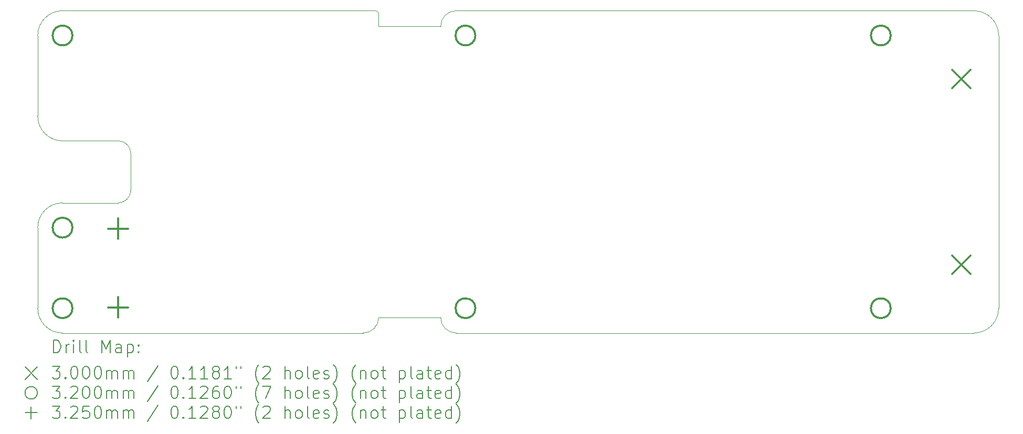
<source format=gbr>
%TF.GenerationSoftware,KiCad,Pcbnew,7.0.5-4d25ed1034~172~ubuntu22.04.1*%
%TF.CreationDate,2023-05-31T13:41:06+02:00*%
%TF.ProjectId,Drawer_Controller,44726177-6572-45f4-936f-6e74726f6c6c,rev?*%
%TF.SameCoordinates,Original*%
%TF.FileFunction,Drillmap*%
%TF.FilePolarity,Positive*%
%FSLAX45Y45*%
G04 Gerber Fmt 4.5, Leading zero omitted, Abs format (unit mm)*
G04 Created by KiCad (PCBNEW 7.0.5-4d25ed1034~172~ubuntu22.04.1) date 2023-05-31 13:41:06*
%MOMM*%
%LPD*%
G01*
G04 APERTURE LIST*
%ADD10C,0.100000*%
%ADD11C,0.200000*%
%ADD12C,0.300000*%
%ADD13C,0.320000*%
%ADD14C,0.325000*%
G04 APERTURE END LIST*
D10*
X18550000Y-9700000D02*
G75*
G03*
X18300000Y-9950000I0J-250000D01*
G01*
X17800000Y-9950000D02*
X18300000Y-9950000D01*
X17800000Y-9950000D02*
X17300000Y-9950000D01*
X12200000Y-9700000D02*
G75*
G03*
X11800000Y-10100000I0J-400000D01*
G01*
X11800000Y-11400000D02*
X11800000Y-10100000D01*
X11800000Y-14500000D02*
X11800000Y-13200000D01*
X26900000Y-14900000D02*
G75*
G03*
X27300000Y-14500000I0J400000D01*
G01*
X13300000Y-12600000D02*
X13300000Y-12000000D01*
X17050000Y-9700000D02*
X17250000Y-9700000D01*
X17800000Y-14650000D02*
X18300000Y-14650000D01*
X17300000Y-9950000D02*
X17300000Y-9750000D01*
X12200000Y-12800000D02*
G75*
G03*
X11800000Y-13200000I0J-400000D01*
G01*
X18550000Y-14900000D02*
X26900000Y-14900000D01*
X17050000Y-9700000D02*
X12200000Y-9700000D01*
X11800000Y-11400000D02*
G75*
G03*
X12200000Y-11800000I400000J0D01*
G01*
X13100000Y-11800000D02*
X12200000Y-11800000D01*
X13100000Y-12800000D02*
G75*
G03*
X13300000Y-12600000I0J200000D01*
G01*
X12200000Y-12800000D02*
X13100000Y-12800000D01*
X17050000Y-14900000D02*
G75*
G03*
X17300000Y-14650000I0J250000D01*
G01*
X27300000Y-10100000D02*
G75*
G03*
X26900000Y-9700000I-400000J0D01*
G01*
X17300000Y-9750000D02*
G75*
G03*
X17250000Y-9700000I-50000J0D01*
G01*
X17050000Y-14900000D02*
X12200000Y-14900000D01*
X27300000Y-14500000D02*
X27300000Y-10100000D01*
X11800000Y-14500000D02*
G75*
G03*
X12200000Y-14900000I400000J0D01*
G01*
X17800000Y-14650000D02*
X17300000Y-14650000D01*
X18300000Y-14650000D02*
G75*
G03*
X18550000Y-14900000I250000J0D01*
G01*
X13300000Y-12000000D02*
G75*
G03*
X13100000Y-11800000I-200000J0D01*
G01*
X18550000Y-9700000D02*
X26900000Y-9700000D01*
D11*
D12*
X26550000Y-10650000D02*
X26850000Y-10950000D01*
X26850000Y-10650000D02*
X26550000Y-10950000D01*
X26550000Y-13650000D02*
X26850000Y-13950000D01*
X26850000Y-13650000D02*
X26550000Y-13950000D01*
D13*
X12360000Y-10100000D02*
G75*
G03*
X12360000Y-10100000I-160000J0D01*
G01*
X12360000Y-13200000D02*
G75*
G03*
X12360000Y-13200000I-160000J0D01*
G01*
X12360000Y-14500000D02*
G75*
G03*
X12360000Y-14500000I-160000J0D01*
G01*
X18860000Y-10100000D02*
G75*
G03*
X18860000Y-10100000I-160000J0D01*
G01*
X18860000Y-14500000D02*
G75*
G03*
X18860000Y-14500000I-160000J0D01*
G01*
X25560000Y-10100000D02*
G75*
G03*
X25560000Y-10100000I-160000J0D01*
G01*
X25560000Y-14500000D02*
G75*
G03*
X25560000Y-14500000I-160000J0D01*
G01*
D14*
X13097750Y-13052500D02*
X13097750Y-13377500D01*
X12935250Y-13215000D02*
X13260250Y-13215000D01*
X13097750Y-14322500D02*
X13097750Y-14647500D01*
X12935250Y-14485000D02*
X13260250Y-14485000D01*
D11*
X12055777Y-15216484D02*
X12055777Y-15016484D01*
X12055777Y-15016484D02*
X12103396Y-15016484D01*
X12103396Y-15016484D02*
X12131967Y-15026008D01*
X12131967Y-15026008D02*
X12151015Y-15045055D01*
X12151015Y-15045055D02*
X12160539Y-15064103D01*
X12160539Y-15064103D02*
X12170062Y-15102198D01*
X12170062Y-15102198D02*
X12170062Y-15130769D01*
X12170062Y-15130769D02*
X12160539Y-15168865D01*
X12160539Y-15168865D02*
X12151015Y-15187912D01*
X12151015Y-15187912D02*
X12131967Y-15206960D01*
X12131967Y-15206960D02*
X12103396Y-15216484D01*
X12103396Y-15216484D02*
X12055777Y-15216484D01*
X12255777Y-15216484D02*
X12255777Y-15083150D01*
X12255777Y-15121246D02*
X12265301Y-15102198D01*
X12265301Y-15102198D02*
X12274824Y-15092674D01*
X12274824Y-15092674D02*
X12293872Y-15083150D01*
X12293872Y-15083150D02*
X12312920Y-15083150D01*
X12379586Y-15216484D02*
X12379586Y-15083150D01*
X12379586Y-15016484D02*
X12370062Y-15026008D01*
X12370062Y-15026008D02*
X12379586Y-15035531D01*
X12379586Y-15035531D02*
X12389110Y-15026008D01*
X12389110Y-15026008D02*
X12379586Y-15016484D01*
X12379586Y-15016484D02*
X12379586Y-15035531D01*
X12503396Y-15216484D02*
X12484348Y-15206960D01*
X12484348Y-15206960D02*
X12474824Y-15187912D01*
X12474824Y-15187912D02*
X12474824Y-15016484D01*
X12608158Y-15216484D02*
X12589110Y-15206960D01*
X12589110Y-15206960D02*
X12579586Y-15187912D01*
X12579586Y-15187912D02*
X12579586Y-15016484D01*
X12836729Y-15216484D02*
X12836729Y-15016484D01*
X12836729Y-15016484D02*
X12903396Y-15159341D01*
X12903396Y-15159341D02*
X12970062Y-15016484D01*
X12970062Y-15016484D02*
X12970062Y-15216484D01*
X13151015Y-15216484D02*
X13151015Y-15111722D01*
X13151015Y-15111722D02*
X13141491Y-15092674D01*
X13141491Y-15092674D02*
X13122443Y-15083150D01*
X13122443Y-15083150D02*
X13084348Y-15083150D01*
X13084348Y-15083150D02*
X13065301Y-15092674D01*
X13151015Y-15206960D02*
X13131967Y-15216484D01*
X13131967Y-15216484D02*
X13084348Y-15216484D01*
X13084348Y-15216484D02*
X13065301Y-15206960D01*
X13065301Y-15206960D02*
X13055777Y-15187912D01*
X13055777Y-15187912D02*
X13055777Y-15168865D01*
X13055777Y-15168865D02*
X13065301Y-15149817D01*
X13065301Y-15149817D02*
X13084348Y-15140293D01*
X13084348Y-15140293D02*
X13131967Y-15140293D01*
X13131967Y-15140293D02*
X13151015Y-15130769D01*
X13246253Y-15083150D02*
X13246253Y-15283150D01*
X13246253Y-15092674D02*
X13265301Y-15083150D01*
X13265301Y-15083150D02*
X13303396Y-15083150D01*
X13303396Y-15083150D02*
X13322443Y-15092674D01*
X13322443Y-15092674D02*
X13331967Y-15102198D01*
X13331967Y-15102198D02*
X13341491Y-15121246D01*
X13341491Y-15121246D02*
X13341491Y-15178388D01*
X13341491Y-15178388D02*
X13331967Y-15197436D01*
X13331967Y-15197436D02*
X13322443Y-15206960D01*
X13322443Y-15206960D02*
X13303396Y-15216484D01*
X13303396Y-15216484D02*
X13265301Y-15216484D01*
X13265301Y-15216484D02*
X13246253Y-15206960D01*
X13427205Y-15197436D02*
X13436729Y-15206960D01*
X13436729Y-15206960D02*
X13427205Y-15216484D01*
X13427205Y-15216484D02*
X13417682Y-15206960D01*
X13417682Y-15206960D02*
X13427205Y-15197436D01*
X13427205Y-15197436D02*
X13427205Y-15216484D01*
X13427205Y-15092674D02*
X13436729Y-15102198D01*
X13436729Y-15102198D02*
X13427205Y-15111722D01*
X13427205Y-15111722D02*
X13417682Y-15102198D01*
X13417682Y-15102198D02*
X13427205Y-15092674D01*
X13427205Y-15092674D02*
X13427205Y-15111722D01*
X11595000Y-15445000D02*
X11795000Y-15645000D01*
X11795000Y-15445000D02*
X11595000Y-15645000D01*
X12036729Y-15436484D02*
X12160539Y-15436484D01*
X12160539Y-15436484D02*
X12093872Y-15512674D01*
X12093872Y-15512674D02*
X12122443Y-15512674D01*
X12122443Y-15512674D02*
X12141491Y-15522198D01*
X12141491Y-15522198D02*
X12151015Y-15531722D01*
X12151015Y-15531722D02*
X12160539Y-15550769D01*
X12160539Y-15550769D02*
X12160539Y-15598388D01*
X12160539Y-15598388D02*
X12151015Y-15617436D01*
X12151015Y-15617436D02*
X12141491Y-15626960D01*
X12141491Y-15626960D02*
X12122443Y-15636484D01*
X12122443Y-15636484D02*
X12065301Y-15636484D01*
X12065301Y-15636484D02*
X12046253Y-15626960D01*
X12046253Y-15626960D02*
X12036729Y-15617436D01*
X12246253Y-15617436D02*
X12255777Y-15626960D01*
X12255777Y-15626960D02*
X12246253Y-15636484D01*
X12246253Y-15636484D02*
X12236729Y-15626960D01*
X12236729Y-15626960D02*
X12246253Y-15617436D01*
X12246253Y-15617436D02*
X12246253Y-15636484D01*
X12379586Y-15436484D02*
X12398634Y-15436484D01*
X12398634Y-15436484D02*
X12417682Y-15446008D01*
X12417682Y-15446008D02*
X12427205Y-15455531D01*
X12427205Y-15455531D02*
X12436729Y-15474579D01*
X12436729Y-15474579D02*
X12446253Y-15512674D01*
X12446253Y-15512674D02*
X12446253Y-15560293D01*
X12446253Y-15560293D02*
X12436729Y-15598388D01*
X12436729Y-15598388D02*
X12427205Y-15617436D01*
X12427205Y-15617436D02*
X12417682Y-15626960D01*
X12417682Y-15626960D02*
X12398634Y-15636484D01*
X12398634Y-15636484D02*
X12379586Y-15636484D01*
X12379586Y-15636484D02*
X12360539Y-15626960D01*
X12360539Y-15626960D02*
X12351015Y-15617436D01*
X12351015Y-15617436D02*
X12341491Y-15598388D01*
X12341491Y-15598388D02*
X12331967Y-15560293D01*
X12331967Y-15560293D02*
X12331967Y-15512674D01*
X12331967Y-15512674D02*
X12341491Y-15474579D01*
X12341491Y-15474579D02*
X12351015Y-15455531D01*
X12351015Y-15455531D02*
X12360539Y-15446008D01*
X12360539Y-15446008D02*
X12379586Y-15436484D01*
X12570062Y-15436484D02*
X12589110Y-15436484D01*
X12589110Y-15436484D02*
X12608158Y-15446008D01*
X12608158Y-15446008D02*
X12617682Y-15455531D01*
X12617682Y-15455531D02*
X12627205Y-15474579D01*
X12627205Y-15474579D02*
X12636729Y-15512674D01*
X12636729Y-15512674D02*
X12636729Y-15560293D01*
X12636729Y-15560293D02*
X12627205Y-15598388D01*
X12627205Y-15598388D02*
X12617682Y-15617436D01*
X12617682Y-15617436D02*
X12608158Y-15626960D01*
X12608158Y-15626960D02*
X12589110Y-15636484D01*
X12589110Y-15636484D02*
X12570062Y-15636484D01*
X12570062Y-15636484D02*
X12551015Y-15626960D01*
X12551015Y-15626960D02*
X12541491Y-15617436D01*
X12541491Y-15617436D02*
X12531967Y-15598388D01*
X12531967Y-15598388D02*
X12522443Y-15560293D01*
X12522443Y-15560293D02*
X12522443Y-15512674D01*
X12522443Y-15512674D02*
X12531967Y-15474579D01*
X12531967Y-15474579D02*
X12541491Y-15455531D01*
X12541491Y-15455531D02*
X12551015Y-15446008D01*
X12551015Y-15446008D02*
X12570062Y-15436484D01*
X12760539Y-15436484D02*
X12779586Y-15436484D01*
X12779586Y-15436484D02*
X12798634Y-15446008D01*
X12798634Y-15446008D02*
X12808158Y-15455531D01*
X12808158Y-15455531D02*
X12817682Y-15474579D01*
X12817682Y-15474579D02*
X12827205Y-15512674D01*
X12827205Y-15512674D02*
X12827205Y-15560293D01*
X12827205Y-15560293D02*
X12817682Y-15598388D01*
X12817682Y-15598388D02*
X12808158Y-15617436D01*
X12808158Y-15617436D02*
X12798634Y-15626960D01*
X12798634Y-15626960D02*
X12779586Y-15636484D01*
X12779586Y-15636484D02*
X12760539Y-15636484D01*
X12760539Y-15636484D02*
X12741491Y-15626960D01*
X12741491Y-15626960D02*
X12731967Y-15617436D01*
X12731967Y-15617436D02*
X12722443Y-15598388D01*
X12722443Y-15598388D02*
X12712920Y-15560293D01*
X12712920Y-15560293D02*
X12712920Y-15512674D01*
X12712920Y-15512674D02*
X12722443Y-15474579D01*
X12722443Y-15474579D02*
X12731967Y-15455531D01*
X12731967Y-15455531D02*
X12741491Y-15446008D01*
X12741491Y-15446008D02*
X12760539Y-15436484D01*
X12912920Y-15636484D02*
X12912920Y-15503150D01*
X12912920Y-15522198D02*
X12922443Y-15512674D01*
X12922443Y-15512674D02*
X12941491Y-15503150D01*
X12941491Y-15503150D02*
X12970063Y-15503150D01*
X12970063Y-15503150D02*
X12989110Y-15512674D01*
X12989110Y-15512674D02*
X12998634Y-15531722D01*
X12998634Y-15531722D02*
X12998634Y-15636484D01*
X12998634Y-15531722D02*
X13008158Y-15512674D01*
X13008158Y-15512674D02*
X13027205Y-15503150D01*
X13027205Y-15503150D02*
X13055777Y-15503150D01*
X13055777Y-15503150D02*
X13074824Y-15512674D01*
X13074824Y-15512674D02*
X13084348Y-15531722D01*
X13084348Y-15531722D02*
X13084348Y-15636484D01*
X13179586Y-15636484D02*
X13179586Y-15503150D01*
X13179586Y-15522198D02*
X13189110Y-15512674D01*
X13189110Y-15512674D02*
X13208158Y-15503150D01*
X13208158Y-15503150D02*
X13236729Y-15503150D01*
X13236729Y-15503150D02*
X13255777Y-15512674D01*
X13255777Y-15512674D02*
X13265301Y-15531722D01*
X13265301Y-15531722D02*
X13265301Y-15636484D01*
X13265301Y-15531722D02*
X13274824Y-15512674D01*
X13274824Y-15512674D02*
X13293872Y-15503150D01*
X13293872Y-15503150D02*
X13322443Y-15503150D01*
X13322443Y-15503150D02*
X13341491Y-15512674D01*
X13341491Y-15512674D02*
X13351015Y-15531722D01*
X13351015Y-15531722D02*
X13351015Y-15636484D01*
X13741491Y-15426960D02*
X13570063Y-15684103D01*
X13998634Y-15436484D02*
X14017682Y-15436484D01*
X14017682Y-15436484D02*
X14036729Y-15446008D01*
X14036729Y-15446008D02*
X14046253Y-15455531D01*
X14046253Y-15455531D02*
X14055777Y-15474579D01*
X14055777Y-15474579D02*
X14065301Y-15512674D01*
X14065301Y-15512674D02*
X14065301Y-15560293D01*
X14065301Y-15560293D02*
X14055777Y-15598388D01*
X14055777Y-15598388D02*
X14046253Y-15617436D01*
X14046253Y-15617436D02*
X14036729Y-15626960D01*
X14036729Y-15626960D02*
X14017682Y-15636484D01*
X14017682Y-15636484D02*
X13998634Y-15636484D01*
X13998634Y-15636484D02*
X13979586Y-15626960D01*
X13979586Y-15626960D02*
X13970063Y-15617436D01*
X13970063Y-15617436D02*
X13960539Y-15598388D01*
X13960539Y-15598388D02*
X13951015Y-15560293D01*
X13951015Y-15560293D02*
X13951015Y-15512674D01*
X13951015Y-15512674D02*
X13960539Y-15474579D01*
X13960539Y-15474579D02*
X13970063Y-15455531D01*
X13970063Y-15455531D02*
X13979586Y-15446008D01*
X13979586Y-15446008D02*
X13998634Y-15436484D01*
X14151015Y-15617436D02*
X14160539Y-15626960D01*
X14160539Y-15626960D02*
X14151015Y-15636484D01*
X14151015Y-15636484D02*
X14141491Y-15626960D01*
X14141491Y-15626960D02*
X14151015Y-15617436D01*
X14151015Y-15617436D02*
X14151015Y-15636484D01*
X14351015Y-15636484D02*
X14236729Y-15636484D01*
X14293872Y-15636484D02*
X14293872Y-15436484D01*
X14293872Y-15436484D02*
X14274825Y-15465055D01*
X14274825Y-15465055D02*
X14255777Y-15484103D01*
X14255777Y-15484103D02*
X14236729Y-15493627D01*
X14541491Y-15636484D02*
X14427206Y-15636484D01*
X14484348Y-15636484D02*
X14484348Y-15436484D01*
X14484348Y-15436484D02*
X14465301Y-15465055D01*
X14465301Y-15465055D02*
X14446253Y-15484103D01*
X14446253Y-15484103D02*
X14427206Y-15493627D01*
X14655777Y-15522198D02*
X14636729Y-15512674D01*
X14636729Y-15512674D02*
X14627206Y-15503150D01*
X14627206Y-15503150D02*
X14617682Y-15484103D01*
X14617682Y-15484103D02*
X14617682Y-15474579D01*
X14617682Y-15474579D02*
X14627206Y-15455531D01*
X14627206Y-15455531D02*
X14636729Y-15446008D01*
X14636729Y-15446008D02*
X14655777Y-15436484D01*
X14655777Y-15436484D02*
X14693872Y-15436484D01*
X14693872Y-15436484D02*
X14712920Y-15446008D01*
X14712920Y-15446008D02*
X14722444Y-15455531D01*
X14722444Y-15455531D02*
X14731967Y-15474579D01*
X14731967Y-15474579D02*
X14731967Y-15484103D01*
X14731967Y-15484103D02*
X14722444Y-15503150D01*
X14722444Y-15503150D02*
X14712920Y-15512674D01*
X14712920Y-15512674D02*
X14693872Y-15522198D01*
X14693872Y-15522198D02*
X14655777Y-15522198D01*
X14655777Y-15522198D02*
X14636729Y-15531722D01*
X14636729Y-15531722D02*
X14627206Y-15541246D01*
X14627206Y-15541246D02*
X14617682Y-15560293D01*
X14617682Y-15560293D02*
X14617682Y-15598388D01*
X14617682Y-15598388D02*
X14627206Y-15617436D01*
X14627206Y-15617436D02*
X14636729Y-15626960D01*
X14636729Y-15626960D02*
X14655777Y-15636484D01*
X14655777Y-15636484D02*
X14693872Y-15636484D01*
X14693872Y-15636484D02*
X14712920Y-15626960D01*
X14712920Y-15626960D02*
X14722444Y-15617436D01*
X14722444Y-15617436D02*
X14731967Y-15598388D01*
X14731967Y-15598388D02*
X14731967Y-15560293D01*
X14731967Y-15560293D02*
X14722444Y-15541246D01*
X14722444Y-15541246D02*
X14712920Y-15531722D01*
X14712920Y-15531722D02*
X14693872Y-15522198D01*
X14922444Y-15636484D02*
X14808158Y-15636484D01*
X14865301Y-15636484D02*
X14865301Y-15436484D01*
X14865301Y-15436484D02*
X14846253Y-15465055D01*
X14846253Y-15465055D02*
X14827206Y-15484103D01*
X14827206Y-15484103D02*
X14808158Y-15493627D01*
X14998634Y-15436484D02*
X14998634Y-15474579D01*
X15074825Y-15436484D02*
X15074825Y-15474579D01*
X15370063Y-15712674D02*
X15360539Y-15703150D01*
X15360539Y-15703150D02*
X15341491Y-15674579D01*
X15341491Y-15674579D02*
X15331968Y-15655531D01*
X15331968Y-15655531D02*
X15322444Y-15626960D01*
X15322444Y-15626960D02*
X15312920Y-15579341D01*
X15312920Y-15579341D02*
X15312920Y-15541246D01*
X15312920Y-15541246D02*
X15322444Y-15493627D01*
X15322444Y-15493627D02*
X15331968Y-15465055D01*
X15331968Y-15465055D02*
X15341491Y-15446008D01*
X15341491Y-15446008D02*
X15360539Y-15417436D01*
X15360539Y-15417436D02*
X15370063Y-15407912D01*
X15436729Y-15455531D02*
X15446253Y-15446008D01*
X15446253Y-15446008D02*
X15465301Y-15436484D01*
X15465301Y-15436484D02*
X15512920Y-15436484D01*
X15512920Y-15436484D02*
X15531968Y-15446008D01*
X15531968Y-15446008D02*
X15541491Y-15455531D01*
X15541491Y-15455531D02*
X15551015Y-15474579D01*
X15551015Y-15474579D02*
X15551015Y-15493627D01*
X15551015Y-15493627D02*
X15541491Y-15522198D01*
X15541491Y-15522198D02*
X15427206Y-15636484D01*
X15427206Y-15636484D02*
X15551015Y-15636484D01*
X15789110Y-15636484D02*
X15789110Y-15436484D01*
X15874825Y-15636484D02*
X15874825Y-15531722D01*
X15874825Y-15531722D02*
X15865301Y-15512674D01*
X15865301Y-15512674D02*
X15846253Y-15503150D01*
X15846253Y-15503150D02*
X15817682Y-15503150D01*
X15817682Y-15503150D02*
X15798634Y-15512674D01*
X15798634Y-15512674D02*
X15789110Y-15522198D01*
X15998634Y-15636484D02*
X15979587Y-15626960D01*
X15979587Y-15626960D02*
X15970063Y-15617436D01*
X15970063Y-15617436D02*
X15960539Y-15598388D01*
X15960539Y-15598388D02*
X15960539Y-15541246D01*
X15960539Y-15541246D02*
X15970063Y-15522198D01*
X15970063Y-15522198D02*
X15979587Y-15512674D01*
X15979587Y-15512674D02*
X15998634Y-15503150D01*
X15998634Y-15503150D02*
X16027206Y-15503150D01*
X16027206Y-15503150D02*
X16046253Y-15512674D01*
X16046253Y-15512674D02*
X16055777Y-15522198D01*
X16055777Y-15522198D02*
X16065301Y-15541246D01*
X16065301Y-15541246D02*
X16065301Y-15598388D01*
X16065301Y-15598388D02*
X16055777Y-15617436D01*
X16055777Y-15617436D02*
X16046253Y-15626960D01*
X16046253Y-15626960D02*
X16027206Y-15636484D01*
X16027206Y-15636484D02*
X15998634Y-15636484D01*
X16179587Y-15636484D02*
X16160539Y-15626960D01*
X16160539Y-15626960D02*
X16151015Y-15607912D01*
X16151015Y-15607912D02*
X16151015Y-15436484D01*
X16331968Y-15626960D02*
X16312920Y-15636484D01*
X16312920Y-15636484D02*
X16274825Y-15636484D01*
X16274825Y-15636484D02*
X16255777Y-15626960D01*
X16255777Y-15626960D02*
X16246253Y-15607912D01*
X16246253Y-15607912D02*
X16246253Y-15531722D01*
X16246253Y-15531722D02*
X16255777Y-15512674D01*
X16255777Y-15512674D02*
X16274825Y-15503150D01*
X16274825Y-15503150D02*
X16312920Y-15503150D01*
X16312920Y-15503150D02*
X16331968Y-15512674D01*
X16331968Y-15512674D02*
X16341491Y-15531722D01*
X16341491Y-15531722D02*
X16341491Y-15550769D01*
X16341491Y-15550769D02*
X16246253Y-15569817D01*
X16417682Y-15626960D02*
X16436730Y-15636484D01*
X16436730Y-15636484D02*
X16474825Y-15636484D01*
X16474825Y-15636484D02*
X16493872Y-15626960D01*
X16493872Y-15626960D02*
X16503396Y-15607912D01*
X16503396Y-15607912D02*
X16503396Y-15598388D01*
X16503396Y-15598388D02*
X16493872Y-15579341D01*
X16493872Y-15579341D02*
X16474825Y-15569817D01*
X16474825Y-15569817D02*
X16446253Y-15569817D01*
X16446253Y-15569817D02*
X16427206Y-15560293D01*
X16427206Y-15560293D02*
X16417682Y-15541246D01*
X16417682Y-15541246D02*
X16417682Y-15531722D01*
X16417682Y-15531722D02*
X16427206Y-15512674D01*
X16427206Y-15512674D02*
X16446253Y-15503150D01*
X16446253Y-15503150D02*
X16474825Y-15503150D01*
X16474825Y-15503150D02*
X16493872Y-15512674D01*
X16570063Y-15712674D02*
X16579587Y-15703150D01*
X16579587Y-15703150D02*
X16598634Y-15674579D01*
X16598634Y-15674579D02*
X16608158Y-15655531D01*
X16608158Y-15655531D02*
X16617682Y-15626960D01*
X16617682Y-15626960D02*
X16627206Y-15579341D01*
X16627206Y-15579341D02*
X16627206Y-15541246D01*
X16627206Y-15541246D02*
X16617682Y-15493627D01*
X16617682Y-15493627D02*
X16608158Y-15465055D01*
X16608158Y-15465055D02*
X16598634Y-15446008D01*
X16598634Y-15446008D02*
X16579587Y-15417436D01*
X16579587Y-15417436D02*
X16570063Y-15407912D01*
X16931968Y-15712674D02*
X16922444Y-15703150D01*
X16922444Y-15703150D02*
X16903396Y-15674579D01*
X16903396Y-15674579D02*
X16893873Y-15655531D01*
X16893873Y-15655531D02*
X16884349Y-15626960D01*
X16884349Y-15626960D02*
X16874825Y-15579341D01*
X16874825Y-15579341D02*
X16874825Y-15541246D01*
X16874825Y-15541246D02*
X16884349Y-15493627D01*
X16884349Y-15493627D02*
X16893873Y-15465055D01*
X16893873Y-15465055D02*
X16903396Y-15446008D01*
X16903396Y-15446008D02*
X16922444Y-15417436D01*
X16922444Y-15417436D02*
X16931968Y-15407912D01*
X17008158Y-15503150D02*
X17008158Y-15636484D01*
X17008158Y-15522198D02*
X17017682Y-15512674D01*
X17017682Y-15512674D02*
X17036730Y-15503150D01*
X17036730Y-15503150D02*
X17065301Y-15503150D01*
X17065301Y-15503150D02*
X17084349Y-15512674D01*
X17084349Y-15512674D02*
X17093873Y-15531722D01*
X17093873Y-15531722D02*
X17093873Y-15636484D01*
X17217682Y-15636484D02*
X17198634Y-15626960D01*
X17198634Y-15626960D02*
X17189111Y-15617436D01*
X17189111Y-15617436D02*
X17179587Y-15598388D01*
X17179587Y-15598388D02*
X17179587Y-15541246D01*
X17179587Y-15541246D02*
X17189111Y-15522198D01*
X17189111Y-15522198D02*
X17198634Y-15512674D01*
X17198634Y-15512674D02*
X17217682Y-15503150D01*
X17217682Y-15503150D02*
X17246254Y-15503150D01*
X17246254Y-15503150D02*
X17265301Y-15512674D01*
X17265301Y-15512674D02*
X17274825Y-15522198D01*
X17274825Y-15522198D02*
X17284349Y-15541246D01*
X17284349Y-15541246D02*
X17284349Y-15598388D01*
X17284349Y-15598388D02*
X17274825Y-15617436D01*
X17274825Y-15617436D02*
X17265301Y-15626960D01*
X17265301Y-15626960D02*
X17246254Y-15636484D01*
X17246254Y-15636484D02*
X17217682Y-15636484D01*
X17341492Y-15503150D02*
X17417682Y-15503150D01*
X17370063Y-15436484D02*
X17370063Y-15607912D01*
X17370063Y-15607912D02*
X17379587Y-15626960D01*
X17379587Y-15626960D02*
X17398634Y-15636484D01*
X17398634Y-15636484D02*
X17417682Y-15636484D01*
X17636730Y-15503150D02*
X17636730Y-15703150D01*
X17636730Y-15512674D02*
X17655777Y-15503150D01*
X17655777Y-15503150D02*
X17693873Y-15503150D01*
X17693873Y-15503150D02*
X17712920Y-15512674D01*
X17712920Y-15512674D02*
X17722444Y-15522198D01*
X17722444Y-15522198D02*
X17731968Y-15541246D01*
X17731968Y-15541246D02*
X17731968Y-15598388D01*
X17731968Y-15598388D02*
X17722444Y-15617436D01*
X17722444Y-15617436D02*
X17712920Y-15626960D01*
X17712920Y-15626960D02*
X17693873Y-15636484D01*
X17693873Y-15636484D02*
X17655777Y-15636484D01*
X17655777Y-15636484D02*
X17636730Y-15626960D01*
X17846254Y-15636484D02*
X17827206Y-15626960D01*
X17827206Y-15626960D02*
X17817682Y-15607912D01*
X17817682Y-15607912D02*
X17817682Y-15436484D01*
X18008158Y-15636484D02*
X18008158Y-15531722D01*
X18008158Y-15531722D02*
X17998635Y-15512674D01*
X17998635Y-15512674D02*
X17979587Y-15503150D01*
X17979587Y-15503150D02*
X17941492Y-15503150D01*
X17941492Y-15503150D02*
X17922444Y-15512674D01*
X18008158Y-15626960D02*
X17989111Y-15636484D01*
X17989111Y-15636484D02*
X17941492Y-15636484D01*
X17941492Y-15636484D02*
X17922444Y-15626960D01*
X17922444Y-15626960D02*
X17912920Y-15607912D01*
X17912920Y-15607912D02*
X17912920Y-15588865D01*
X17912920Y-15588865D02*
X17922444Y-15569817D01*
X17922444Y-15569817D02*
X17941492Y-15560293D01*
X17941492Y-15560293D02*
X17989111Y-15560293D01*
X17989111Y-15560293D02*
X18008158Y-15550769D01*
X18074825Y-15503150D02*
X18151015Y-15503150D01*
X18103396Y-15436484D02*
X18103396Y-15607912D01*
X18103396Y-15607912D02*
X18112920Y-15626960D01*
X18112920Y-15626960D02*
X18131968Y-15636484D01*
X18131968Y-15636484D02*
X18151015Y-15636484D01*
X18293873Y-15626960D02*
X18274825Y-15636484D01*
X18274825Y-15636484D02*
X18236730Y-15636484D01*
X18236730Y-15636484D02*
X18217682Y-15626960D01*
X18217682Y-15626960D02*
X18208158Y-15607912D01*
X18208158Y-15607912D02*
X18208158Y-15531722D01*
X18208158Y-15531722D02*
X18217682Y-15512674D01*
X18217682Y-15512674D02*
X18236730Y-15503150D01*
X18236730Y-15503150D02*
X18274825Y-15503150D01*
X18274825Y-15503150D02*
X18293873Y-15512674D01*
X18293873Y-15512674D02*
X18303396Y-15531722D01*
X18303396Y-15531722D02*
X18303396Y-15550769D01*
X18303396Y-15550769D02*
X18208158Y-15569817D01*
X18474825Y-15636484D02*
X18474825Y-15436484D01*
X18474825Y-15626960D02*
X18455777Y-15636484D01*
X18455777Y-15636484D02*
X18417682Y-15636484D01*
X18417682Y-15636484D02*
X18398635Y-15626960D01*
X18398635Y-15626960D02*
X18389111Y-15617436D01*
X18389111Y-15617436D02*
X18379587Y-15598388D01*
X18379587Y-15598388D02*
X18379587Y-15541246D01*
X18379587Y-15541246D02*
X18389111Y-15522198D01*
X18389111Y-15522198D02*
X18398635Y-15512674D01*
X18398635Y-15512674D02*
X18417682Y-15503150D01*
X18417682Y-15503150D02*
X18455777Y-15503150D01*
X18455777Y-15503150D02*
X18474825Y-15512674D01*
X18551016Y-15712674D02*
X18560539Y-15703150D01*
X18560539Y-15703150D02*
X18579587Y-15674579D01*
X18579587Y-15674579D02*
X18589111Y-15655531D01*
X18589111Y-15655531D02*
X18598635Y-15626960D01*
X18598635Y-15626960D02*
X18608158Y-15579341D01*
X18608158Y-15579341D02*
X18608158Y-15541246D01*
X18608158Y-15541246D02*
X18598635Y-15493627D01*
X18598635Y-15493627D02*
X18589111Y-15465055D01*
X18589111Y-15465055D02*
X18579587Y-15446008D01*
X18579587Y-15446008D02*
X18560539Y-15417436D01*
X18560539Y-15417436D02*
X18551016Y-15407912D01*
X11795000Y-15865000D02*
G75*
G03*
X11795000Y-15865000I-100000J0D01*
G01*
X12036729Y-15756484D02*
X12160539Y-15756484D01*
X12160539Y-15756484D02*
X12093872Y-15832674D01*
X12093872Y-15832674D02*
X12122443Y-15832674D01*
X12122443Y-15832674D02*
X12141491Y-15842198D01*
X12141491Y-15842198D02*
X12151015Y-15851722D01*
X12151015Y-15851722D02*
X12160539Y-15870769D01*
X12160539Y-15870769D02*
X12160539Y-15918388D01*
X12160539Y-15918388D02*
X12151015Y-15937436D01*
X12151015Y-15937436D02*
X12141491Y-15946960D01*
X12141491Y-15946960D02*
X12122443Y-15956484D01*
X12122443Y-15956484D02*
X12065301Y-15956484D01*
X12065301Y-15956484D02*
X12046253Y-15946960D01*
X12046253Y-15946960D02*
X12036729Y-15937436D01*
X12246253Y-15937436D02*
X12255777Y-15946960D01*
X12255777Y-15946960D02*
X12246253Y-15956484D01*
X12246253Y-15956484D02*
X12236729Y-15946960D01*
X12236729Y-15946960D02*
X12246253Y-15937436D01*
X12246253Y-15937436D02*
X12246253Y-15956484D01*
X12331967Y-15775531D02*
X12341491Y-15766008D01*
X12341491Y-15766008D02*
X12360539Y-15756484D01*
X12360539Y-15756484D02*
X12408158Y-15756484D01*
X12408158Y-15756484D02*
X12427205Y-15766008D01*
X12427205Y-15766008D02*
X12436729Y-15775531D01*
X12436729Y-15775531D02*
X12446253Y-15794579D01*
X12446253Y-15794579D02*
X12446253Y-15813627D01*
X12446253Y-15813627D02*
X12436729Y-15842198D01*
X12436729Y-15842198D02*
X12322443Y-15956484D01*
X12322443Y-15956484D02*
X12446253Y-15956484D01*
X12570062Y-15756484D02*
X12589110Y-15756484D01*
X12589110Y-15756484D02*
X12608158Y-15766008D01*
X12608158Y-15766008D02*
X12617682Y-15775531D01*
X12617682Y-15775531D02*
X12627205Y-15794579D01*
X12627205Y-15794579D02*
X12636729Y-15832674D01*
X12636729Y-15832674D02*
X12636729Y-15880293D01*
X12636729Y-15880293D02*
X12627205Y-15918388D01*
X12627205Y-15918388D02*
X12617682Y-15937436D01*
X12617682Y-15937436D02*
X12608158Y-15946960D01*
X12608158Y-15946960D02*
X12589110Y-15956484D01*
X12589110Y-15956484D02*
X12570062Y-15956484D01*
X12570062Y-15956484D02*
X12551015Y-15946960D01*
X12551015Y-15946960D02*
X12541491Y-15937436D01*
X12541491Y-15937436D02*
X12531967Y-15918388D01*
X12531967Y-15918388D02*
X12522443Y-15880293D01*
X12522443Y-15880293D02*
X12522443Y-15832674D01*
X12522443Y-15832674D02*
X12531967Y-15794579D01*
X12531967Y-15794579D02*
X12541491Y-15775531D01*
X12541491Y-15775531D02*
X12551015Y-15766008D01*
X12551015Y-15766008D02*
X12570062Y-15756484D01*
X12760539Y-15756484D02*
X12779586Y-15756484D01*
X12779586Y-15756484D02*
X12798634Y-15766008D01*
X12798634Y-15766008D02*
X12808158Y-15775531D01*
X12808158Y-15775531D02*
X12817682Y-15794579D01*
X12817682Y-15794579D02*
X12827205Y-15832674D01*
X12827205Y-15832674D02*
X12827205Y-15880293D01*
X12827205Y-15880293D02*
X12817682Y-15918388D01*
X12817682Y-15918388D02*
X12808158Y-15937436D01*
X12808158Y-15937436D02*
X12798634Y-15946960D01*
X12798634Y-15946960D02*
X12779586Y-15956484D01*
X12779586Y-15956484D02*
X12760539Y-15956484D01*
X12760539Y-15956484D02*
X12741491Y-15946960D01*
X12741491Y-15946960D02*
X12731967Y-15937436D01*
X12731967Y-15937436D02*
X12722443Y-15918388D01*
X12722443Y-15918388D02*
X12712920Y-15880293D01*
X12712920Y-15880293D02*
X12712920Y-15832674D01*
X12712920Y-15832674D02*
X12722443Y-15794579D01*
X12722443Y-15794579D02*
X12731967Y-15775531D01*
X12731967Y-15775531D02*
X12741491Y-15766008D01*
X12741491Y-15766008D02*
X12760539Y-15756484D01*
X12912920Y-15956484D02*
X12912920Y-15823150D01*
X12912920Y-15842198D02*
X12922443Y-15832674D01*
X12922443Y-15832674D02*
X12941491Y-15823150D01*
X12941491Y-15823150D02*
X12970063Y-15823150D01*
X12970063Y-15823150D02*
X12989110Y-15832674D01*
X12989110Y-15832674D02*
X12998634Y-15851722D01*
X12998634Y-15851722D02*
X12998634Y-15956484D01*
X12998634Y-15851722D02*
X13008158Y-15832674D01*
X13008158Y-15832674D02*
X13027205Y-15823150D01*
X13027205Y-15823150D02*
X13055777Y-15823150D01*
X13055777Y-15823150D02*
X13074824Y-15832674D01*
X13074824Y-15832674D02*
X13084348Y-15851722D01*
X13084348Y-15851722D02*
X13084348Y-15956484D01*
X13179586Y-15956484D02*
X13179586Y-15823150D01*
X13179586Y-15842198D02*
X13189110Y-15832674D01*
X13189110Y-15832674D02*
X13208158Y-15823150D01*
X13208158Y-15823150D02*
X13236729Y-15823150D01*
X13236729Y-15823150D02*
X13255777Y-15832674D01*
X13255777Y-15832674D02*
X13265301Y-15851722D01*
X13265301Y-15851722D02*
X13265301Y-15956484D01*
X13265301Y-15851722D02*
X13274824Y-15832674D01*
X13274824Y-15832674D02*
X13293872Y-15823150D01*
X13293872Y-15823150D02*
X13322443Y-15823150D01*
X13322443Y-15823150D02*
X13341491Y-15832674D01*
X13341491Y-15832674D02*
X13351015Y-15851722D01*
X13351015Y-15851722D02*
X13351015Y-15956484D01*
X13741491Y-15746960D02*
X13570063Y-16004103D01*
X13998634Y-15756484D02*
X14017682Y-15756484D01*
X14017682Y-15756484D02*
X14036729Y-15766008D01*
X14036729Y-15766008D02*
X14046253Y-15775531D01*
X14046253Y-15775531D02*
X14055777Y-15794579D01*
X14055777Y-15794579D02*
X14065301Y-15832674D01*
X14065301Y-15832674D02*
X14065301Y-15880293D01*
X14065301Y-15880293D02*
X14055777Y-15918388D01*
X14055777Y-15918388D02*
X14046253Y-15937436D01*
X14046253Y-15937436D02*
X14036729Y-15946960D01*
X14036729Y-15946960D02*
X14017682Y-15956484D01*
X14017682Y-15956484D02*
X13998634Y-15956484D01*
X13998634Y-15956484D02*
X13979586Y-15946960D01*
X13979586Y-15946960D02*
X13970063Y-15937436D01*
X13970063Y-15937436D02*
X13960539Y-15918388D01*
X13960539Y-15918388D02*
X13951015Y-15880293D01*
X13951015Y-15880293D02*
X13951015Y-15832674D01*
X13951015Y-15832674D02*
X13960539Y-15794579D01*
X13960539Y-15794579D02*
X13970063Y-15775531D01*
X13970063Y-15775531D02*
X13979586Y-15766008D01*
X13979586Y-15766008D02*
X13998634Y-15756484D01*
X14151015Y-15937436D02*
X14160539Y-15946960D01*
X14160539Y-15946960D02*
X14151015Y-15956484D01*
X14151015Y-15956484D02*
X14141491Y-15946960D01*
X14141491Y-15946960D02*
X14151015Y-15937436D01*
X14151015Y-15937436D02*
X14151015Y-15956484D01*
X14351015Y-15956484D02*
X14236729Y-15956484D01*
X14293872Y-15956484D02*
X14293872Y-15756484D01*
X14293872Y-15756484D02*
X14274825Y-15785055D01*
X14274825Y-15785055D02*
X14255777Y-15804103D01*
X14255777Y-15804103D02*
X14236729Y-15813627D01*
X14427206Y-15775531D02*
X14436729Y-15766008D01*
X14436729Y-15766008D02*
X14455777Y-15756484D01*
X14455777Y-15756484D02*
X14503396Y-15756484D01*
X14503396Y-15756484D02*
X14522444Y-15766008D01*
X14522444Y-15766008D02*
X14531967Y-15775531D01*
X14531967Y-15775531D02*
X14541491Y-15794579D01*
X14541491Y-15794579D02*
X14541491Y-15813627D01*
X14541491Y-15813627D02*
X14531967Y-15842198D01*
X14531967Y-15842198D02*
X14417682Y-15956484D01*
X14417682Y-15956484D02*
X14541491Y-15956484D01*
X14712920Y-15756484D02*
X14674825Y-15756484D01*
X14674825Y-15756484D02*
X14655777Y-15766008D01*
X14655777Y-15766008D02*
X14646253Y-15775531D01*
X14646253Y-15775531D02*
X14627206Y-15804103D01*
X14627206Y-15804103D02*
X14617682Y-15842198D01*
X14617682Y-15842198D02*
X14617682Y-15918388D01*
X14617682Y-15918388D02*
X14627206Y-15937436D01*
X14627206Y-15937436D02*
X14636729Y-15946960D01*
X14636729Y-15946960D02*
X14655777Y-15956484D01*
X14655777Y-15956484D02*
X14693872Y-15956484D01*
X14693872Y-15956484D02*
X14712920Y-15946960D01*
X14712920Y-15946960D02*
X14722444Y-15937436D01*
X14722444Y-15937436D02*
X14731967Y-15918388D01*
X14731967Y-15918388D02*
X14731967Y-15870769D01*
X14731967Y-15870769D02*
X14722444Y-15851722D01*
X14722444Y-15851722D02*
X14712920Y-15842198D01*
X14712920Y-15842198D02*
X14693872Y-15832674D01*
X14693872Y-15832674D02*
X14655777Y-15832674D01*
X14655777Y-15832674D02*
X14636729Y-15842198D01*
X14636729Y-15842198D02*
X14627206Y-15851722D01*
X14627206Y-15851722D02*
X14617682Y-15870769D01*
X14855777Y-15756484D02*
X14874825Y-15756484D01*
X14874825Y-15756484D02*
X14893872Y-15766008D01*
X14893872Y-15766008D02*
X14903396Y-15775531D01*
X14903396Y-15775531D02*
X14912920Y-15794579D01*
X14912920Y-15794579D02*
X14922444Y-15832674D01*
X14922444Y-15832674D02*
X14922444Y-15880293D01*
X14922444Y-15880293D02*
X14912920Y-15918388D01*
X14912920Y-15918388D02*
X14903396Y-15937436D01*
X14903396Y-15937436D02*
X14893872Y-15946960D01*
X14893872Y-15946960D02*
X14874825Y-15956484D01*
X14874825Y-15956484D02*
X14855777Y-15956484D01*
X14855777Y-15956484D02*
X14836729Y-15946960D01*
X14836729Y-15946960D02*
X14827206Y-15937436D01*
X14827206Y-15937436D02*
X14817682Y-15918388D01*
X14817682Y-15918388D02*
X14808158Y-15880293D01*
X14808158Y-15880293D02*
X14808158Y-15832674D01*
X14808158Y-15832674D02*
X14817682Y-15794579D01*
X14817682Y-15794579D02*
X14827206Y-15775531D01*
X14827206Y-15775531D02*
X14836729Y-15766008D01*
X14836729Y-15766008D02*
X14855777Y-15756484D01*
X14998634Y-15756484D02*
X14998634Y-15794579D01*
X15074825Y-15756484D02*
X15074825Y-15794579D01*
X15370063Y-16032674D02*
X15360539Y-16023150D01*
X15360539Y-16023150D02*
X15341491Y-15994579D01*
X15341491Y-15994579D02*
X15331968Y-15975531D01*
X15331968Y-15975531D02*
X15322444Y-15946960D01*
X15322444Y-15946960D02*
X15312920Y-15899341D01*
X15312920Y-15899341D02*
X15312920Y-15861246D01*
X15312920Y-15861246D02*
X15322444Y-15813627D01*
X15322444Y-15813627D02*
X15331968Y-15785055D01*
X15331968Y-15785055D02*
X15341491Y-15766008D01*
X15341491Y-15766008D02*
X15360539Y-15737436D01*
X15360539Y-15737436D02*
X15370063Y-15727912D01*
X15427206Y-15756484D02*
X15560539Y-15756484D01*
X15560539Y-15756484D02*
X15474825Y-15956484D01*
X15789110Y-15956484D02*
X15789110Y-15756484D01*
X15874825Y-15956484D02*
X15874825Y-15851722D01*
X15874825Y-15851722D02*
X15865301Y-15832674D01*
X15865301Y-15832674D02*
X15846253Y-15823150D01*
X15846253Y-15823150D02*
X15817682Y-15823150D01*
X15817682Y-15823150D02*
X15798634Y-15832674D01*
X15798634Y-15832674D02*
X15789110Y-15842198D01*
X15998634Y-15956484D02*
X15979587Y-15946960D01*
X15979587Y-15946960D02*
X15970063Y-15937436D01*
X15970063Y-15937436D02*
X15960539Y-15918388D01*
X15960539Y-15918388D02*
X15960539Y-15861246D01*
X15960539Y-15861246D02*
X15970063Y-15842198D01*
X15970063Y-15842198D02*
X15979587Y-15832674D01*
X15979587Y-15832674D02*
X15998634Y-15823150D01*
X15998634Y-15823150D02*
X16027206Y-15823150D01*
X16027206Y-15823150D02*
X16046253Y-15832674D01*
X16046253Y-15832674D02*
X16055777Y-15842198D01*
X16055777Y-15842198D02*
X16065301Y-15861246D01*
X16065301Y-15861246D02*
X16065301Y-15918388D01*
X16065301Y-15918388D02*
X16055777Y-15937436D01*
X16055777Y-15937436D02*
X16046253Y-15946960D01*
X16046253Y-15946960D02*
X16027206Y-15956484D01*
X16027206Y-15956484D02*
X15998634Y-15956484D01*
X16179587Y-15956484D02*
X16160539Y-15946960D01*
X16160539Y-15946960D02*
X16151015Y-15927912D01*
X16151015Y-15927912D02*
X16151015Y-15756484D01*
X16331968Y-15946960D02*
X16312920Y-15956484D01*
X16312920Y-15956484D02*
X16274825Y-15956484D01*
X16274825Y-15956484D02*
X16255777Y-15946960D01*
X16255777Y-15946960D02*
X16246253Y-15927912D01*
X16246253Y-15927912D02*
X16246253Y-15851722D01*
X16246253Y-15851722D02*
X16255777Y-15832674D01*
X16255777Y-15832674D02*
X16274825Y-15823150D01*
X16274825Y-15823150D02*
X16312920Y-15823150D01*
X16312920Y-15823150D02*
X16331968Y-15832674D01*
X16331968Y-15832674D02*
X16341491Y-15851722D01*
X16341491Y-15851722D02*
X16341491Y-15870769D01*
X16341491Y-15870769D02*
X16246253Y-15889817D01*
X16417682Y-15946960D02*
X16436730Y-15956484D01*
X16436730Y-15956484D02*
X16474825Y-15956484D01*
X16474825Y-15956484D02*
X16493872Y-15946960D01*
X16493872Y-15946960D02*
X16503396Y-15927912D01*
X16503396Y-15927912D02*
X16503396Y-15918388D01*
X16503396Y-15918388D02*
X16493872Y-15899341D01*
X16493872Y-15899341D02*
X16474825Y-15889817D01*
X16474825Y-15889817D02*
X16446253Y-15889817D01*
X16446253Y-15889817D02*
X16427206Y-15880293D01*
X16427206Y-15880293D02*
X16417682Y-15861246D01*
X16417682Y-15861246D02*
X16417682Y-15851722D01*
X16417682Y-15851722D02*
X16427206Y-15832674D01*
X16427206Y-15832674D02*
X16446253Y-15823150D01*
X16446253Y-15823150D02*
X16474825Y-15823150D01*
X16474825Y-15823150D02*
X16493872Y-15832674D01*
X16570063Y-16032674D02*
X16579587Y-16023150D01*
X16579587Y-16023150D02*
X16598634Y-15994579D01*
X16598634Y-15994579D02*
X16608158Y-15975531D01*
X16608158Y-15975531D02*
X16617682Y-15946960D01*
X16617682Y-15946960D02*
X16627206Y-15899341D01*
X16627206Y-15899341D02*
X16627206Y-15861246D01*
X16627206Y-15861246D02*
X16617682Y-15813627D01*
X16617682Y-15813627D02*
X16608158Y-15785055D01*
X16608158Y-15785055D02*
X16598634Y-15766008D01*
X16598634Y-15766008D02*
X16579587Y-15737436D01*
X16579587Y-15737436D02*
X16570063Y-15727912D01*
X16931968Y-16032674D02*
X16922444Y-16023150D01*
X16922444Y-16023150D02*
X16903396Y-15994579D01*
X16903396Y-15994579D02*
X16893873Y-15975531D01*
X16893873Y-15975531D02*
X16884349Y-15946960D01*
X16884349Y-15946960D02*
X16874825Y-15899341D01*
X16874825Y-15899341D02*
X16874825Y-15861246D01*
X16874825Y-15861246D02*
X16884349Y-15813627D01*
X16884349Y-15813627D02*
X16893873Y-15785055D01*
X16893873Y-15785055D02*
X16903396Y-15766008D01*
X16903396Y-15766008D02*
X16922444Y-15737436D01*
X16922444Y-15737436D02*
X16931968Y-15727912D01*
X17008158Y-15823150D02*
X17008158Y-15956484D01*
X17008158Y-15842198D02*
X17017682Y-15832674D01*
X17017682Y-15832674D02*
X17036730Y-15823150D01*
X17036730Y-15823150D02*
X17065301Y-15823150D01*
X17065301Y-15823150D02*
X17084349Y-15832674D01*
X17084349Y-15832674D02*
X17093873Y-15851722D01*
X17093873Y-15851722D02*
X17093873Y-15956484D01*
X17217682Y-15956484D02*
X17198634Y-15946960D01*
X17198634Y-15946960D02*
X17189111Y-15937436D01*
X17189111Y-15937436D02*
X17179587Y-15918388D01*
X17179587Y-15918388D02*
X17179587Y-15861246D01*
X17179587Y-15861246D02*
X17189111Y-15842198D01*
X17189111Y-15842198D02*
X17198634Y-15832674D01*
X17198634Y-15832674D02*
X17217682Y-15823150D01*
X17217682Y-15823150D02*
X17246254Y-15823150D01*
X17246254Y-15823150D02*
X17265301Y-15832674D01*
X17265301Y-15832674D02*
X17274825Y-15842198D01*
X17274825Y-15842198D02*
X17284349Y-15861246D01*
X17284349Y-15861246D02*
X17284349Y-15918388D01*
X17284349Y-15918388D02*
X17274825Y-15937436D01*
X17274825Y-15937436D02*
X17265301Y-15946960D01*
X17265301Y-15946960D02*
X17246254Y-15956484D01*
X17246254Y-15956484D02*
X17217682Y-15956484D01*
X17341492Y-15823150D02*
X17417682Y-15823150D01*
X17370063Y-15756484D02*
X17370063Y-15927912D01*
X17370063Y-15927912D02*
X17379587Y-15946960D01*
X17379587Y-15946960D02*
X17398634Y-15956484D01*
X17398634Y-15956484D02*
X17417682Y-15956484D01*
X17636730Y-15823150D02*
X17636730Y-16023150D01*
X17636730Y-15832674D02*
X17655777Y-15823150D01*
X17655777Y-15823150D02*
X17693873Y-15823150D01*
X17693873Y-15823150D02*
X17712920Y-15832674D01*
X17712920Y-15832674D02*
X17722444Y-15842198D01*
X17722444Y-15842198D02*
X17731968Y-15861246D01*
X17731968Y-15861246D02*
X17731968Y-15918388D01*
X17731968Y-15918388D02*
X17722444Y-15937436D01*
X17722444Y-15937436D02*
X17712920Y-15946960D01*
X17712920Y-15946960D02*
X17693873Y-15956484D01*
X17693873Y-15956484D02*
X17655777Y-15956484D01*
X17655777Y-15956484D02*
X17636730Y-15946960D01*
X17846254Y-15956484D02*
X17827206Y-15946960D01*
X17827206Y-15946960D02*
X17817682Y-15927912D01*
X17817682Y-15927912D02*
X17817682Y-15756484D01*
X18008158Y-15956484D02*
X18008158Y-15851722D01*
X18008158Y-15851722D02*
X17998635Y-15832674D01*
X17998635Y-15832674D02*
X17979587Y-15823150D01*
X17979587Y-15823150D02*
X17941492Y-15823150D01*
X17941492Y-15823150D02*
X17922444Y-15832674D01*
X18008158Y-15946960D02*
X17989111Y-15956484D01*
X17989111Y-15956484D02*
X17941492Y-15956484D01*
X17941492Y-15956484D02*
X17922444Y-15946960D01*
X17922444Y-15946960D02*
X17912920Y-15927912D01*
X17912920Y-15927912D02*
X17912920Y-15908865D01*
X17912920Y-15908865D02*
X17922444Y-15889817D01*
X17922444Y-15889817D02*
X17941492Y-15880293D01*
X17941492Y-15880293D02*
X17989111Y-15880293D01*
X17989111Y-15880293D02*
X18008158Y-15870769D01*
X18074825Y-15823150D02*
X18151015Y-15823150D01*
X18103396Y-15756484D02*
X18103396Y-15927912D01*
X18103396Y-15927912D02*
X18112920Y-15946960D01*
X18112920Y-15946960D02*
X18131968Y-15956484D01*
X18131968Y-15956484D02*
X18151015Y-15956484D01*
X18293873Y-15946960D02*
X18274825Y-15956484D01*
X18274825Y-15956484D02*
X18236730Y-15956484D01*
X18236730Y-15956484D02*
X18217682Y-15946960D01*
X18217682Y-15946960D02*
X18208158Y-15927912D01*
X18208158Y-15927912D02*
X18208158Y-15851722D01*
X18208158Y-15851722D02*
X18217682Y-15832674D01*
X18217682Y-15832674D02*
X18236730Y-15823150D01*
X18236730Y-15823150D02*
X18274825Y-15823150D01*
X18274825Y-15823150D02*
X18293873Y-15832674D01*
X18293873Y-15832674D02*
X18303396Y-15851722D01*
X18303396Y-15851722D02*
X18303396Y-15870769D01*
X18303396Y-15870769D02*
X18208158Y-15889817D01*
X18474825Y-15956484D02*
X18474825Y-15756484D01*
X18474825Y-15946960D02*
X18455777Y-15956484D01*
X18455777Y-15956484D02*
X18417682Y-15956484D01*
X18417682Y-15956484D02*
X18398635Y-15946960D01*
X18398635Y-15946960D02*
X18389111Y-15937436D01*
X18389111Y-15937436D02*
X18379587Y-15918388D01*
X18379587Y-15918388D02*
X18379587Y-15861246D01*
X18379587Y-15861246D02*
X18389111Y-15842198D01*
X18389111Y-15842198D02*
X18398635Y-15832674D01*
X18398635Y-15832674D02*
X18417682Y-15823150D01*
X18417682Y-15823150D02*
X18455777Y-15823150D01*
X18455777Y-15823150D02*
X18474825Y-15832674D01*
X18551016Y-16032674D02*
X18560539Y-16023150D01*
X18560539Y-16023150D02*
X18579587Y-15994579D01*
X18579587Y-15994579D02*
X18589111Y-15975531D01*
X18589111Y-15975531D02*
X18598635Y-15946960D01*
X18598635Y-15946960D02*
X18608158Y-15899341D01*
X18608158Y-15899341D02*
X18608158Y-15861246D01*
X18608158Y-15861246D02*
X18598635Y-15813627D01*
X18598635Y-15813627D02*
X18589111Y-15785055D01*
X18589111Y-15785055D02*
X18579587Y-15766008D01*
X18579587Y-15766008D02*
X18560539Y-15737436D01*
X18560539Y-15737436D02*
X18551016Y-15727912D01*
X11695000Y-16085000D02*
X11695000Y-16285000D01*
X11595000Y-16185000D02*
X11795000Y-16185000D01*
X12036729Y-16076484D02*
X12160539Y-16076484D01*
X12160539Y-16076484D02*
X12093872Y-16152674D01*
X12093872Y-16152674D02*
X12122443Y-16152674D01*
X12122443Y-16152674D02*
X12141491Y-16162198D01*
X12141491Y-16162198D02*
X12151015Y-16171722D01*
X12151015Y-16171722D02*
X12160539Y-16190769D01*
X12160539Y-16190769D02*
X12160539Y-16238388D01*
X12160539Y-16238388D02*
X12151015Y-16257436D01*
X12151015Y-16257436D02*
X12141491Y-16266960D01*
X12141491Y-16266960D02*
X12122443Y-16276484D01*
X12122443Y-16276484D02*
X12065301Y-16276484D01*
X12065301Y-16276484D02*
X12046253Y-16266960D01*
X12046253Y-16266960D02*
X12036729Y-16257436D01*
X12246253Y-16257436D02*
X12255777Y-16266960D01*
X12255777Y-16266960D02*
X12246253Y-16276484D01*
X12246253Y-16276484D02*
X12236729Y-16266960D01*
X12236729Y-16266960D02*
X12246253Y-16257436D01*
X12246253Y-16257436D02*
X12246253Y-16276484D01*
X12331967Y-16095531D02*
X12341491Y-16086008D01*
X12341491Y-16086008D02*
X12360539Y-16076484D01*
X12360539Y-16076484D02*
X12408158Y-16076484D01*
X12408158Y-16076484D02*
X12427205Y-16086008D01*
X12427205Y-16086008D02*
X12436729Y-16095531D01*
X12436729Y-16095531D02*
X12446253Y-16114579D01*
X12446253Y-16114579D02*
X12446253Y-16133627D01*
X12446253Y-16133627D02*
X12436729Y-16162198D01*
X12436729Y-16162198D02*
X12322443Y-16276484D01*
X12322443Y-16276484D02*
X12446253Y-16276484D01*
X12627205Y-16076484D02*
X12531967Y-16076484D01*
X12531967Y-16076484D02*
X12522443Y-16171722D01*
X12522443Y-16171722D02*
X12531967Y-16162198D01*
X12531967Y-16162198D02*
X12551015Y-16152674D01*
X12551015Y-16152674D02*
X12598634Y-16152674D01*
X12598634Y-16152674D02*
X12617682Y-16162198D01*
X12617682Y-16162198D02*
X12627205Y-16171722D01*
X12627205Y-16171722D02*
X12636729Y-16190769D01*
X12636729Y-16190769D02*
X12636729Y-16238388D01*
X12636729Y-16238388D02*
X12627205Y-16257436D01*
X12627205Y-16257436D02*
X12617682Y-16266960D01*
X12617682Y-16266960D02*
X12598634Y-16276484D01*
X12598634Y-16276484D02*
X12551015Y-16276484D01*
X12551015Y-16276484D02*
X12531967Y-16266960D01*
X12531967Y-16266960D02*
X12522443Y-16257436D01*
X12760539Y-16076484D02*
X12779586Y-16076484D01*
X12779586Y-16076484D02*
X12798634Y-16086008D01*
X12798634Y-16086008D02*
X12808158Y-16095531D01*
X12808158Y-16095531D02*
X12817682Y-16114579D01*
X12817682Y-16114579D02*
X12827205Y-16152674D01*
X12827205Y-16152674D02*
X12827205Y-16200293D01*
X12827205Y-16200293D02*
X12817682Y-16238388D01*
X12817682Y-16238388D02*
X12808158Y-16257436D01*
X12808158Y-16257436D02*
X12798634Y-16266960D01*
X12798634Y-16266960D02*
X12779586Y-16276484D01*
X12779586Y-16276484D02*
X12760539Y-16276484D01*
X12760539Y-16276484D02*
X12741491Y-16266960D01*
X12741491Y-16266960D02*
X12731967Y-16257436D01*
X12731967Y-16257436D02*
X12722443Y-16238388D01*
X12722443Y-16238388D02*
X12712920Y-16200293D01*
X12712920Y-16200293D02*
X12712920Y-16152674D01*
X12712920Y-16152674D02*
X12722443Y-16114579D01*
X12722443Y-16114579D02*
X12731967Y-16095531D01*
X12731967Y-16095531D02*
X12741491Y-16086008D01*
X12741491Y-16086008D02*
X12760539Y-16076484D01*
X12912920Y-16276484D02*
X12912920Y-16143150D01*
X12912920Y-16162198D02*
X12922443Y-16152674D01*
X12922443Y-16152674D02*
X12941491Y-16143150D01*
X12941491Y-16143150D02*
X12970063Y-16143150D01*
X12970063Y-16143150D02*
X12989110Y-16152674D01*
X12989110Y-16152674D02*
X12998634Y-16171722D01*
X12998634Y-16171722D02*
X12998634Y-16276484D01*
X12998634Y-16171722D02*
X13008158Y-16152674D01*
X13008158Y-16152674D02*
X13027205Y-16143150D01*
X13027205Y-16143150D02*
X13055777Y-16143150D01*
X13055777Y-16143150D02*
X13074824Y-16152674D01*
X13074824Y-16152674D02*
X13084348Y-16171722D01*
X13084348Y-16171722D02*
X13084348Y-16276484D01*
X13179586Y-16276484D02*
X13179586Y-16143150D01*
X13179586Y-16162198D02*
X13189110Y-16152674D01*
X13189110Y-16152674D02*
X13208158Y-16143150D01*
X13208158Y-16143150D02*
X13236729Y-16143150D01*
X13236729Y-16143150D02*
X13255777Y-16152674D01*
X13255777Y-16152674D02*
X13265301Y-16171722D01*
X13265301Y-16171722D02*
X13265301Y-16276484D01*
X13265301Y-16171722D02*
X13274824Y-16152674D01*
X13274824Y-16152674D02*
X13293872Y-16143150D01*
X13293872Y-16143150D02*
X13322443Y-16143150D01*
X13322443Y-16143150D02*
X13341491Y-16152674D01*
X13341491Y-16152674D02*
X13351015Y-16171722D01*
X13351015Y-16171722D02*
X13351015Y-16276484D01*
X13741491Y-16066960D02*
X13570063Y-16324103D01*
X13998634Y-16076484D02*
X14017682Y-16076484D01*
X14017682Y-16076484D02*
X14036729Y-16086008D01*
X14036729Y-16086008D02*
X14046253Y-16095531D01*
X14046253Y-16095531D02*
X14055777Y-16114579D01*
X14055777Y-16114579D02*
X14065301Y-16152674D01*
X14065301Y-16152674D02*
X14065301Y-16200293D01*
X14065301Y-16200293D02*
X14055777Y-16238388D01*
X14055777Y-16238388D02*
X14046253Y-16257436D01*
X14046253Y-16257436D02*
X14036729Y-16266960D01*
X14036729Y-16266960D02*
X14017682Y-16276484D01*
X14017682Y-16276484D02*
X13998634Y-16276484D01*
X13998634Y-16276484D02*
X13979586Y-16266960D01*
X13979586Y-16266960D02*
X13970063Y-16257436D01*
X13970063Y-16257436D02*
X13960539Y-16238388D01*
X13960539Y-16238388D02*
X13951015Y-16200293D01*
X13951015Y-16200293D02*
X13951015Y-16152674D01*
X13951015Y-16152674D02*
X13960539Y-16114579D01*
X13960539Y-16114579D02*
X13970063Y-16095531D01*
X13970063Y-16095531D02*
X13979586Y-16086008D01*
X13979586Y-16086008D02*
X13998634Y-16076484D01*
X14151015Y-16257436D02*
X14160539Y-16266960D01*
X14160539Y-16266960D02*
X14151015Y-16276484D01*
X14151015Y-16276484D02*
X14141491Y-16266960D01*
X14141491Y-16266960D02*
X14151015Y-16257436D01*
X14151015Y-16257436D02*
X14151015Y-16276484D01*
X14351015Y-16276484D02*
X14236729Y-16276484D01*
X14293872Y-16276484D02*
X14293872Y-16076484D01*
X14293872Y-16076484D02*
X14274825Y-16105055D01*
X14274825Y-16105055D02*
X14255777Y-16124103D01*
X14255777Y-16124103D02*
X14236729Y-16133627D01*
X14427206Y-16095531D02*
X14436729Y-16086008D01*
X14436729Y-16086008D02*
X14455777Y-16076484D01*
X14455777Y-16076484D02*
X14503396Y-16076484D01*
X14503396Y-16076484D02*
X14522444Y-16086008D01*
X14522444Y-16086008D02*
X14531967Y-16095531D01*
X14531967Y-16095531D02*
X14541491Y-16114579D01*
X14541491Y-16114579D02*
X14541491Y-16133627D01*
X14541491Y-16133627D02*
X14531967Y-16162198D01*
X14531967Y-16162198D02*
X14417682Y-16276484D01*
X14417682Y-16276484D02*
X14541491Y-16276484D01*
X14655777Y-16162198D02*
X14636729Y-16152674D01*
X14636729Y-16152674D02*
X14627206Y-16143150D01*
X14627206Y-16143150D02*
X14617682Y-16124103D01*
X14617682Y-16124103D02*
X14617682Y-16114579D01*
X14617682Y-16114579D02*
X14627206Y-16095531D01*
X14627206Y-16095531D02*
X14636729Y-16086008D01*
X14636729Y-16086008D02*
X14655777Y-16076484D01*
X14655777Y-16076484D02*
X14693872Y-16076484D01*
X14693872Y-16076484D02*
X14712920Y-16086008D01*
X14712920Y-16086008D02*
X14722444Y-16095531D01*
X14722444Y-16095531D02*
X14731967Y-16114579D01*
X14731967Y-16114579D02*
X14731967Y-16124103D01*
X14731967Y-16124103D02*
X14722444Y-16143150D01*
X14722444Y-16143150D02*
X14712920Y-16152674D01*
X14712920Y-16152674D02*
X14693872Y-16162198D01*
X14693872Y-16162198D02*
X14655777Y-16162198D01*
X14655777Y-16162198D02*
X14636729Y-16171722D01*
X14636729Y-16171722D02*
X14627206Y-16181246D01*
X14627206Y-16181246D02*
X14617682Y-16200293D01*
X14617682Y-16200293D02*
X14617682Y-16238388D01*
X14617682Y-16238388D02*
X14627206Y-16257436D01*
X14627206Y-16257436D02*
X14636729Y-16266960D01*
X14636729Y-16266960D02*
X14655777Y-16276484D01*
X14655777Y-16276484D02*
X14693872Y-16276484D01*
X14693872Y-16276484D02*
X14712920Y-16266960D01*
X14712920Y-16266960D02*
X14722444Y-16257436D01*
X14722444Y-16257436D02*
X14731967Y-16238388D01*
X14731967Y-16238388D02*
X14731967Y-16200293D01*
X14731967Y-16200293D02*
X14722444Y-16181246D01*
X14722444Y-16181246D02*
X14712920Y-16171722D01*
X14712920Y-16171722D02*
X14693872Y-16162198D01*
X14855777Y-16076484D02*
X14874825Y-16076484D01*
X14874825Y-16076484D02*
X14893872Y-16086008D01*
X14893872Y-16086008D02*
X14903396Y-16095531D01*
X14903396Y-16095531D02*
X14912920Y-16114579D01*
X14912920Y-16114579D02*
X14922444Y-16152674D01*
X14922444Y-16152674D02*
X14922444Y-16200293D01*
X14922444Y-16200293D02*
X14912920Y-16238388D01*
X14912920Y-16238388D02*
X14903396Y-16257436D01*
X14903396Y-16257436D02*
X14893872Y-16266960D01*
X14893872Y-16266960D02*
X14874825Y-16276484D01*
X14874825Y-16276484D02*
X14855777Y-16276484D01*
X14855777Y-16276484D02*
X14836729Y-16266960D01*
X14836729Y-16266960D02*
X14827206Y-16257436D01*
X14827206Y-16257436D02*
X14817682Y-16238388D01*
X14817682Y-16238388D02*
X14808158Y-16200293D01*
X14808158Y-16200293D02*
X14808158Y-16152674D01*
X14808158Y-16152674D02*
X14817682Y-16114579D01*
X14817682Y-16114579D02*
X14827206Y-16095531D01*
X14827206Y-16095531D02*
X14836729Y-16086008D01*
X14836729Y-16086008D02*
X14855777Y-16076484D01*
X14998634Y-16076484D02*
X14998634Y-16114579D01*
X15074825Y-16076484D02*
X15074825Y-16114579D01*
X15370063Y-16352674D02*
X15360539Y-16343150D01*
X15360539Y-16343150D02*
X15341491Y-16314579D01*
X15341491Y-16314579D02*
X15331968Y-16295531D01*
X15331968Y-16295531D02*
X15322444Y-16266960D01*
X15322444Y-16266960D02*
X15312920Y-16219341D01*
X15312920Y-16219341D02*
X15312920Y-16181246D01*
X15312920Y-16181246D02*
X15322444Y-16133627D01*
X15322444Y-16133627D02*
X15331968Y-16105055D01*
X15331968Y-16105055D02*
X15341491Y-16086008D01*
X15341491Y-16086008D02*
X15360539Y-16057436D01*
X15360539Y-16057436D02*
X15370063Y-16047912D01*
X15436729Y-16095531D02*
X15446253Y-16086008D01*
X15446253Y-16086008D02*
X15465301Y-16076484D01*
X15465301Y-16076484D02*
X15512920Y-16076484D01*
X15512920Y-16076484D02*
X15531968Y-16086008D01*
X15531968Y-16086008D02*
X15541491Y-16095531D01*
X15541491Y-16095531D02*
X15551015Y-16114579D01*
X15551015Y-16114579D02*
X15551015Y-16133627D01*
X15551015Y-16133627D02*
X15541491Y-16162198D01*
X15541491Y-16162198D02*
X15427206Y-16276484D01*
X15427206Y-16276484D02*
X15551015Y-16276484D01*
X15789110Y-16276484D02*
X15789110Y-16076484D01*
X15874825Y-16276484D02*
X15874825Y-16171722D01*
X15874825Y-16171722D02*
X15865301Y-16152674D01*
X15865301Y-16152674D02*
X15846253Y-16143150D01*
X15846253Y-16143150D02*
X15817682Y-16143150D01*
X15817682Y-16143150D02*
X15798634Y-16152674D01*
X15798634Y-16152674D02*
X15789110Y-16162198D01*
X15998634Y-16276484D02*
X15979587Y-16266960D01*
X15979587Y-16266960D02*
X15970063Y-16257436D01*
X15970063Y-16257436D02*
X15960539Y-16238388D01*
X15960539Y-16238388D02*
X15960539Y-16181246D01*
X15960539Y-16181246D02*
X15970063Y-16162198D01*
X15970063Y-16162198D02*
X15979587Y-16152674D01*
X15979587Y-16152674D02*
X15998634Y-16143150D01*
X15998634Y-16143150D02*
X16027206Y-16143150D01*
X16027206Y-16143150D02*
X16046253Y-16152674D01*
X16046253Y-16152674D02*
X16055777Y-16162198D01*
X16055777Y-16162198D02*
X16065301Y-16181246D01*
X16065301Y-16181246D02*
X16065301Y-16238388D01*
X16065301Y-16238388D02*
X16055777Y-16257436D01*
X16055777Y-16257436D02*
X16046253Y-16266960D01*
X16046253Y-16266960D02*
X16027206Y-16276484D01*
X16027206Y-16276484D02*
X15998634Y-16276484D01*
X16179587Y-16276484D02*
X16160539Y-16266960D01*
X16160539Y-16266960D02*
X16151015Y-16247912D01*
X16151015Y-16247912D02*
X16151015Y-16076484D01*
X16331968Y-16266960D02*
X16312920Y-16276484D01*
X16312920Y-16276484D02*
X16274825Y-16276484D01*
X16274825Y-16276484D02*
X16255777Y-16266960D01*
X16255777Y-16266960D02*
X16246253Y-16247912D01*
X16246253Y-16247912D02*
X16246253Y-16171722D01*
X16246253Y-16171722D02*
X16255777Y-16152674D01*
X16255777Y-16152674D02*
X16274825Y-16143150D01*
X16274825Y-16143150D02*
X16312920Y-16143150D01*
X16312920Y-16143150D02*
X16331968Y-16152674D01*
X16331968Y-16152674D02*
X16341491Y-16171722D01*
X16341491Y-16171722D02*
X16341491Y-16190769D01*
X16341491Y-16190769D02*
X16246253Y-16209817D01*
X16417682Y-16266960D02*
X16436730Y-16276484D01*
X16436730Y-16276484D02*
X16474825Y-16276484D01*
X16474825Y-16276484D02*
X16493872Y-16266960D01*
X16493872Y-16266960D02*
X16503396Y-16247912D01*
X16503396Y-16247912D02*
X16503396Y-16238388D01*
X16503396Y-16238388D02*
X16493872Y-16219341D01*
X16493872Y-16219341D02*
X16474825Y-16209817D01*
X16474825Y-16209817D02*
X16446253Y-16209817D01*
X16446253Y-16209817D02*
X16427206Y-16200293D01*
X16427206Y-16200293D02*
X16417682Y-16181246D01*
X16417682Y-16181246D02*
X16417682Y-16171722D01*
X16417682Y-16171722D02*
X16427206Y-16152674D01*
X16427206Y-16152674D02*
X16446253Y-16143150D01*
X16446253Y-16143150D02*
X16474825Y-16143150D01*
X16474825Y-16143150D02*
X16493872Y-16152674D01*
X16570063Y-16352674D02*
X16579587Y-16343150D01*
X16579587Y-16343150D02*
X16598634Y-16314579D01*
X16598634Y-16314579D02*
X16608158Y-16295531D01*
X16608158Y-16295531D02*
X16617682Y-16266960D01*
X16617682Y-16266960D02*
X16627206Y-16219341D01*
X16627206Y-16219341D02*
X16627206Y-16181246D01*
X16627206Y-16181246D02*
X16617682Y-16133627D01*
X16617682Y-16133627D02*
X16608158Y-16105055D01*
X16608158Y-16105055D02*
X16598634Y-16086008D01*
X16598634Y-16086008D02*
X16579587Y-16057436D01*
X16579587Y-16057436D02*
X16570063Y-16047912D01*
X16931968Y-16352674D02*
X16922444Y-16343150D01*
X16922444Y-16343150D02*
X16903396Y-16314579D01*
X16903396Y-16314579D02*
X16893873Y-16295531D01*
X16893873Y-16295531D02*
X16884349Y-16266960D01*
X16884349Y-16266960D02*
X16874825Y-16219341D01*
X16874825Y-16219341D02*
X16874825Y-16181246D01*
X16874825Y-16181246D02*
X16884349Y-16133627D01*
X16884349Y-16133627D02*
X16893873Y-16105055D01*
X16893873Y-16105055D02*
X16903396Y-16086008D01*
X16903396Y-16086008D02*
X16922444Y-16057436D01*
X16922444Y-16057436D02*
X16931968Y-16047912D01*
X17008158Y-16143150D02*
X17008158Y-16276484D01*
X17008158Y-16162198D02*
X17017682Y-16152674D01*
X17017682Y-16152674D02*
X17036730Y-16143150D01*
X17036730Y-16143150D02*
X17065301Y-16143150D01*
X17065301Y-16143150D02*
X17084349Y-16152674D01*
X17084349Y-16152674D02*
X17093873Y-16171722D01*
X17093873Y-16171722D02*
X17093873Y-16276484D01*
X17217682Y-16276484D02*
X17198634Y-16266960D01*
X17198634Y-16266960D02*
X17189111Y-16257436D01*
X17189111Y-16257436D02*
X17179587Y-16238388D01*
X17179587Y-16238388D02*
X17179587Y-16181246D01*
X17179587Y-16181246D02*
X17189111Y-16162198D01*
X17189111Y-16162198D02*
X17198634Y-16152674D01*
X17198634Y-16152674D02*
X17217682Y-16143150D01*
X17217682Y-16143150D02*
X17246254Y-16143150D01*
X17246254Y-16143150D02*
X17265301Y-16152674D01*
X17265301Y-16152674D02*
X17274825Y-16162198D01*
X17274825Y-16162198D02*
X17284349Y-16181246D01*
X17284349Y-16181246D02*
X17284349Y-16238388D01*
X17284349Y-16238388D02*
X17274825Y-16257436D01*
X17274825Y-16257436D02*
X17265301Y-16266960D01*
X17265301Y-16266960D02*
X17246254Y-16276484D01*
X17246254Y-16276484D02*
X17217682Y-16276484D01*
X17341492Y-16143150D02*
X17417682Y-16143150D01*
X17370063Y-16076484D02*
X17370063Y-16247912D01*
X17370063Y-16247912D02*
X17379587Y-16266960D01*
X17379587Y-16266960D02*
X17398634Y-16276484D01*
X17398634Y-16276484D02*
X17417682Y-16276484D01*
X17636730Y-16143150D02*
X17636730Y-16343150D01*
X17636730Y-16152674D02*
X17655777Y-16143150D01*
X17655777Y-16143150D02*
X17693873Y-16143150D01*
X17693873Y-16143150D02*
X17712920Y-16152674D01*
X17712920Y-16152674D02*
X17722444Y-16162198D01*
X17722444Y-16162198D02*
X17731968Y-16181246D01*
X17731968Y-16181246D02*
X17731968Y-16238388D01*
X17731968Y-16238388D02*
X17722444Y-16257436D01*
X17722444Y-16257436D02*
X17712920Y-16266960D01*
X17712920Y-16266960D02*
X17693873Y-16276484D01*
X17693873Y-16276484D02*
X17655777Y-16276484D01*
X17655777Y-16276484D02*
X17636730Y-16266960D01*
X17846254Y-16276484D02*
X17827206Y-16266960D01*
X17827206Y-16266960D02*
X17817682Y-16247912D01*
X17817682Y-16247912D02*
X17817682Y-16076484D01*
X18008158Y-16276484D02*
X18008158Y-16171722D01*
X18008158Y-16171722D02*
X17998635Y-16152674D01*
X17998635Y-16152674D02*
X17979587Y-16143150D01*
X17979587Y-16143150D02*
X17941492Y-16143150D01*
X17941492Y-16143150D02*
X17922444Y-16152674D01*
X18008158Y-16266960D02*
X17989111Y-16276484D01*
X17989111Y-16276484D02*
X17941492Y-16276484D01*
X17941492Y-16276484D02*
X17922444Y-16266960D01*
X17922444Y-16266960D02*
X17912920Y-16247912D01*
X17912920Y-16247912D02*
X17912920Y-16228865D01*
X17912920Y-16228865D02*
X17922444Y-16209817D01*
X17922444Y-16209817D02*
X17941492Y-16200293D01*
X17941492Y-16200293D02*
X17989111Y-16200293D01*
X17989111Y-16200293D02*
X18008158Y-16190769D01*
X18074825Y-16143150D02*
X18151015Y-16143150D01*
X18103396Y-16076484D02*
X18103396Y-16247912D01*
X18103396Y-16247912D02*
X18112920Y-16266960D01*
X18112920Y-16266960D02*
X18131968Y-16276484D01*
X18131968Y-16276484D02*
X18151015Y-16276484D01*
X18293873Y-16266960D02*
X18274825Y-16276484D01*
X18274825Y-16276484D02*
X18236730Y-16276484D01*
X18236730Y-16276484D02*
X18217682Y-16266960D01*
X18217682Y-16266960D02*
X18208158Y-16247912D01*
X18208158Y-16247912D02*
X18208158Y-16171722D01*
X18208158Y-16171722D02*
X18217682Y-16152674D01*
X18217682Y-16152674D02*
X18236730Y-16143150D01*
X18236730Y-16143150D02*
X18274825Y-16143150D01*
X18274825Y-16143150D02*
X18293873Y-16152674D01*
X18293873Y-16152674D02*
X18303396Y-16171722D01*
X18303396Y-16171722D02*
X18303396Y-16190769D01*
X18303396Y-16190769D02*
X18208158Y-16209817D01*
X18474825Y-16276484D02*
X18474825Y-16076484D01*
X18474825Y-16266960D02*
X18455777Y-16276484D01*
X18455777Y-16276484D02*
X18417682Y-16276484D01*
X18417682Y-16276484D02*
X18398635Y-16266960D01*
X18398635Y-16266960D02*
X18389111Y-16257436D01*
X18389111Y-16257436D02*
X18379587Y-16238388D01*
X18379587Y-16238388D02*
X18379587Y-16181246D01*
X18379587Y-16181246D02*
X18389111Y-16162198D01*
X18389111Y-16162198D02*
X18398635Y-16152674D01*
X18398635Y-16152674D02*
X18417682Y-16143150D01*
X18417682Y-16143150D02*
X18455777Y-16143150D01*
X18455777Y-16143150D02*
X18474825Y-16152674D01*
X18551016Y-16352674D02*
X18560539Y-16343150D01*
X18560539Y-16343150D02*
X18579587Y-16314579D01*
X18579587Y-16314579D02*
X18589111Y-16295531D01*
X18589111Y-16295531D02*
X18598635Y-16266960D01*
X18598635Y-16266960D02*
X18608158Y-16219341D01*
X18608158Y-16219341D02*
X18608158Y-16181246D01*
X18608158Y-16181246D02*
X18598635Y-16133627D01*
X18598635Y-16133627D02*
X18589111Y-16105055D01*
X18589111Y-16105055D02*
X18579587Y-16086008D01*
X18579587Y-16086008D02*
X18560539Y-16057436D01*
X18560539Y-16057436D02*
X18551016Y-16047912D01*
M02*

</source>
